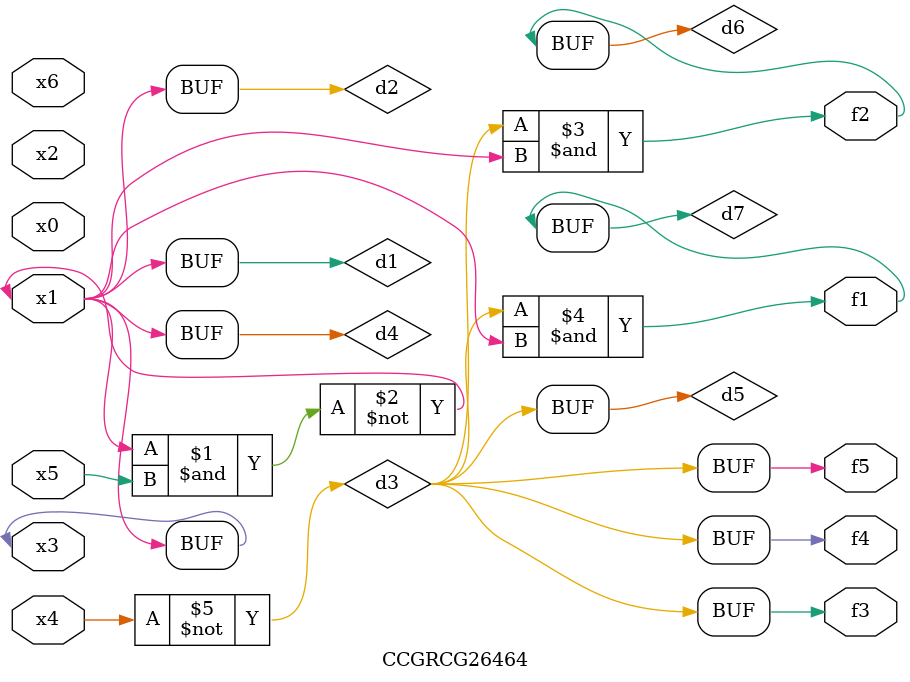
<source format=v>
module CCGRCG26464(
	input x0, x1, x2, x3, x4, x5, x6,
	output f1, f2, f3, f4, f5
);

	wire d1, d2, d3, d4, d5, d6, d7;

	buf (d1, x1, x3);
	nand (d2, x1, x5);
	not (d3, x4);
	buf (d4, d1, d2);
	buf (d5, d3);
	and (d6, d3, d4);
	and (d7, d3, d4);
	assign f1 = d7;
	assign f2 = d6;
	assign f3 = d5;
	assign f4 = d5;
	assign f5 = d5;
endmodule

</source>
